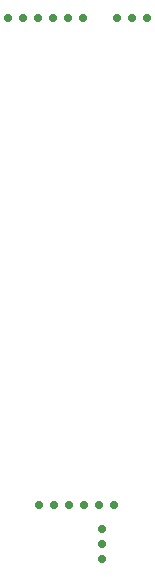
<source format=gbr>
%TF.GenerationSoftware,Altium Limited,Altium Designer,21.2.2 (38)*%
G04 Layer_Color=0*
%FSLAX45Y45*%
%MOMM*%
%TF.SameCoordinates,97337FA2-2587-4777-A85E-210607466B5F*%
%TF.FilePolarity,Positive*%
%TF.FileFunction,Plated,1,2,PTH,Drill*%
%TF.Part,Single*%
G01*
G75*
%TA.AperFunction,ComponentDrill*%
%ADD18C,0.70000*%
%ADD19C,0.70000*%
D18*
X1527000Y4875000D02*
D03*
X1273000D02*
D03*
X1400000D02*
D03*
X475000D02*
D03*
X348000D02*
D03*
X729000D02*
D03*
X602000D02*
D03*
X983000D02*
D03*
X856000D02*
D03*
X742000Y750000D02*
D03*
X615000D02*
D03*
X996000D02*
D03*
X869000D02*
D03*
X1250000D02*
D03*
X1123000D02*
D03*
D19*
X1149000Y293000D02*
D03*
Y547000D02*
D03*
Y420000D02*
D03*
%TF.MD5,b154058606fedaaf2e8868c7bcec7abf*%
M02*

</source>
